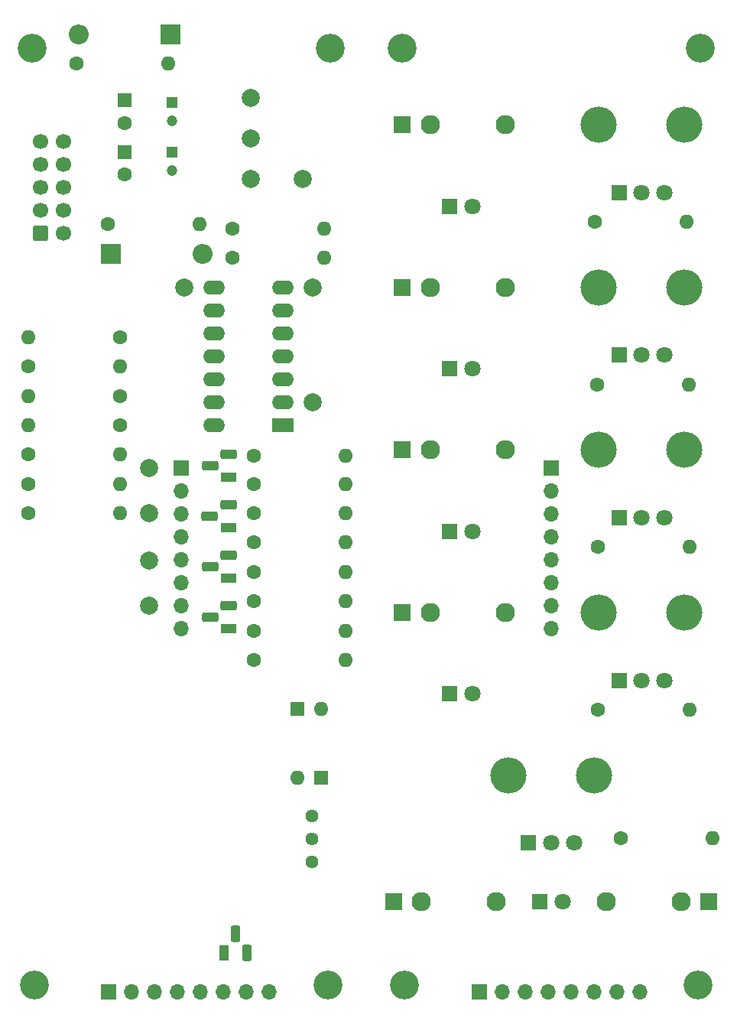
<source format=gts>
G04 #@! TF.GenerationSoftware,KiCad,Pcbnew,8.0.2-1*
G04 #@! TF.CreationDate,2024-07-01T13:43:52+02:00*
G04 #@! TF.ProjectId,distorted_daisy,64697374-6f72-4746-9564-5f6461697379,rev?*
G04 #@! TF.SameCoordinates,Original*
G04 #@! TF.FileFunction,Soldermask,Top*
G04 #@! TF.FilePolarity,Negative*
%FSLAX46Y46*%
G04 Gerber Fmt 4.6, Leading zero omitted, Abs format (unit mm)*
G04 Created by KiCad (PCBNEW 8.0.2-1) date 2024-07-01 13:43:52*
%MOMM*%
%LPD*%
G01*
G04 APERTURE LIST*
G04 Aperture macros list*
%AMRoundRect*
0 Rectangle with rounded corners*
0 $1 Rounding radius*
0 $2 $3 $4 $5 $6 $7 $8 $9 X,Y pos of 4 corners*
0 Add a 4 corners polygon primitive as box body*
4,1,4,$2,$3,$4,$5,$6,$7,$8,$9,$2,$3,0*
0 Add four circle primitives for the rounded corners*
1,1,$1+$1,$2,$3*
1,1,$1+$1,$4,$5*
1,1,$1+$1,$6,$7*
1,1,$1+$1,$8,$9*
0 Add four rect primitives between the rounded corners*
20,1,$1+$1,$2,$3,$4,$5,0*
20,1,$1+$1,$4,$5,$6,$7,0*
20,1,$1+$1,$6,$7,$8,$9,0*
20,1,$1+$1,$8,$9,$2,$3,0*%
G04 Aperture macros list end*
%ADD10C,1.600000*%
%ADD11O,1.600000X1.600000*%
%ADD12R,1.100000X1.800000*%
%ADD13RoundRect,0.275000X-0.275000X-0.625000X0.275000X-0.625000X0.275000X0.625000X-0.275000X0.625000X0*%
%ADD14R,1.800000X1.800000*%
%ADD15C,1.800000*%
%ADD16R,1.830000X1.930000*%
%ADD17C,2.130000*%
%ADD18R,1.600000X1.600000*%
%ADD19C,3.200000*%
%ADD20R,2.400000X1.600000*%
%ADD21O,2.400000X1.600000*%
%ADD22O,4.000000X4.000000*%
%ADD23R,1.800000X1.100000*%
%ADD24RoundRect,0.275000X0.625000X-0.275000X0.625000X0.275000X-0.625000X0.275000X-0.625000X-0.275000X0*%
%ADD25C,2.000000*%
%ADD26R,2.200000X2.200000*%
%ADD27O,2.200000X2.200000*%
%ADD28R,1.700000X1.700000*%
%ADD29O,1.700000X1.700000*%
%ADD30R,1.200000X1.200000*%
%ADD31C,1.200000*%
%ADD32RoundRect,0.250000X-0.600000X-0.600000X0.600000X-0.600000X0.600000X0.600000X-0.600000X0.600000X0*%
%ADD33C,1.700000*%
%ADD34C,1.440000*%
G04 APERTURE END LIST*
D10*
X78083334Y-111500000D03*
D11*
X88243334Y-111500000D03*
D12*
X74730000Y-153670000D03*
D13*
X76000000Y-151600000D03*
X77270000Y-153670000D03*
D10*
X78083334Y-105000000D03*
D11*
X88243334Y-105000000D03*
D10*
X78083334Y-101750000D03*
D11*
X88243334Y-101750000D03*
D14*
X99730000Y-125000000D03*
D15*
X102270000Y-125000000D03*
D14*
X109730000Y-148000000D03*
D15*
X112270000Y-148000000D03*
D14*
X99730000Y-89000000D03*
D15*
X102270000Y-89000000D03*
D16*
X93520000Y-148000000D03*
D17*
X104920000Y-148000000D03*
X96620000Y-148000000D03*
D10*
X78083334Y-121250000D03*
D11*
X88243334Y-121250000D03*
D10*
X75670000Y-73500000D03*
D11*
X85830000Y-73500000D03*
D10*
X63280000Y-92000000D03*
D11*
X53120000Y-92000000D03*
D18*
X85500000Y-134310000D03*
D11*
X85500000Y-126690000D03*
D19*
X86500000Y-53500000D03*
D10*
X63250000Y-95250000D03*
D11*
X53090000Y-95250000D03*
D20*
X81250000Y-95250000D03*
D21*
X81250000Y-92710000D03*
X81250000Y-90170000D03*
X81250000Y-87630000D03*
X81250000Y-85090000D03*
X81250000Y-82550000D03*
X81250000Y-80010000D03*
X73630000Y-80010000D03*
X73630000Y-82550000D03*
X73630000Y-85090000D03*
X73630000Y-87630000D03*
X73630000Y-90170000D03*
X73630000Y-92710000D03*
X73630000Y-95250000D03*
D22*
X116250000Y-116000000D03*
X125750000Y-116000000D03*
D14*
X118500000Y-123500000D03*
D15*
X121000000Y-123500000D03*
X123500000Y-123500000D03*
D16*
X94520000Y-62000000D03*
D17*
X105920000Y-62000000D03*
X97620000Y-62000000D03*
D19*
X53500000Y-53500000D03*
D23*
X75276666Y-112180000D03*
D24*
X73206666Y-110910000D03*
X75276666Y-109640000D03*
D10*
X75670000Y-76750000D03*
D11*
X85830000Y-76750000D03*
D25*
X66500000Y-100000000D03*
D16*
X128480000Y-148000000D03*
D17*
X117080000Y-148000000D03*
X125380000Y-148000000D03*
D25*
X66500000Y-105000000D03*
D19*
X127250000Y-157250000D03*
D16*
X94520000Y-80000000D03*
D17*
X105920000Y-80000000D03*
X97620000Y-80000000D03*
D25*
X70400000Y-80000000D03*
D10*
X53090000Y-98500000D03*
D11*
X63250000Y-98500000D03*
D10*
X53090000Y-105000000D03*
D11*
X63250000Y-105000000D03*
D23*
X75270000Y-101000000D03*
D24*
X73200000Y-99730000D03*
X75270000Y-98460000D03*
D10*
X116170000Y-108750000D03*
D11*
X126330000Y-108750000D03*
D25*
X77750000Y-63500000D03*
X77750000Y-59000000D03*
D10*
X53120000Y-88750000D03*
D11*
X63280000Y-88750000D03*
D26*
X68830000Y-52000000D03*
D27*
X58670000Y-52000000D03*
D10*
X63280000Y-85500000D03*
D11*
X53120000Y-85500000D03*
D16*
X94520000Y-98000000D03*
D17*
X105920000Y-98000000D03*
X97620000Y-98000000D03*
D10*
X53090000Y-101750000D03*
D11*
X63250000Y-101750000D03*
D25*
X84600000Y-80000000D03*
D14*
X99730000Y-71000000D03*
D15*
X102270000Y-71000000D03*
D19*
X53750000Y-157250000D03*
D22*
X116250000Y-80000000D03*
X125750000Y-80000000D03*
D14*
X118500000Y-87500000D03*
D15*
X121000000Y-87500000D03*
X123500000Y-87500000D03*
D14*
X99730000Y-107000000D03*
D15*
X102270000Y-107000000D03*
D19*
X127500000Y-53500000D03*
D25*
X77750000Y-68000000D03*
D10*
X116170000Y-126750000D03*
D11*
X126330000Y-126750000D03*
D25*
X83500000Y-68000000D03*
D10*
X116090000Y-90750000D03*
D11*
X126250000Y-90750000D03*
D22*
X116250000Y-98000000D03*
X125750000Y-98000000D03*
D14*
X118500000Y-105500000D03*
D15*
X121000000Y-105500000D03*
X123500000Y-105500000D03*
D19*
X94500000Y-53500000D03*
D10*
X78083334Y-118000000D03*
D11*
X88243334Y-118000000D03*
D10*
X78083334Y-108250000D03*
D11*
X88243334Y-108250000D03*
D10*
X118670000Y-141000000D03*
D11*
X128830000Y-141000000D03*
D19*
X86250000Y-157250000D03*
D25*
X66500000Y-115250000D03*
D16*
X94520000Y-116000000D03*
D17*
X105920000Y-116000000D03*
X97620000Y-116000000D03*
D10*
X78083334Y-98625000D03*
D11*
X88243334Y-98625000D03*
D10*
X61920000Y-73000000D03*
D11*
X72080000Y-73000000D03*
D26*
X62200000Y-76250000D03*
D27*
X72360000Y-76250000D03*
D28*
X62000000Y-158000000D03*
D29*
X64540000Y-158000000D03*
X67080000Y-158000000D03*
X69620000Y-158000000D03*
X72160000Y-158000000D03*
X74700000Y-158000000D03*
X77240000Y-158000000D03*
X79780000Y-158000000D03*
D28*
X70000000Y-100000000D03*
D29*
X70000000Y-102540000D03*
X70000000Y-105080000D03*
X70000000Y-107620000D03*
X70000000Y-110160000D03*
X70000000Y-112700000D03*
X70000000Y-115240000D03*
X70000000Y-117780000D03*
D10*
X115840000Y-72750000D03*
D11*
X126000000Y-72750000D03*
D25*
X66500000Y-110250000D03*
D10*
X78083334Y-114750000D03*
D11*
X88243334Y-114750000D03*
D19*
X94750000Y-157250000D03*
D22*
X106250000Y-134000000D03*
X115750000Y-134000000D03*
D14*
X108500000Y-141500000D03*
D15*
X111000000Y-141500000D03*
X113500000Y-141500000D03*
D18*
X82900000Y-126690000D03*
D11*
X82900000Y-134310000D03*
D23*
X75283332Y-117770000D03*
D24*
X73213332Y-116500000D03*
X75283332Y-115230000D03*
D10*
X58420000Y-55250000D03*
D11*
X68580000Y-55250000D03*
D23*
X75263334Y-106590000D03*
D24*
X73193334Y-105320000D03*
X75263334Y-104050000D03*
D22*
X116250000Y-62000000D03*
X125750000Y-62000000D03*
D14*
X118500000Y-69500000D03*
D15*
X121000000Y-69500000D03*
X123500000Y-69500000D03*
D25*
X84600000Y-92700000D03*
D30*
X69000000Y-59527401D03*
D31*
X69000000Y-61527401D03*
D18*
X63750000Y-59294888D03*
D10*
X63750000Y-61794888D03*
D30*
X69000000Y-65027401D03*
D31*
X69000000Y-67027401D03*
D28*
X103000000Y-158000000D03*
D29*
X105540000Y-158000000D03*
X108080000Y-158000000D03*
X110620000Y-158000000D03*
X113160000Y-158000000D03*
X115700000Y-158000000D03*
X118240000Y-158000000D03*
X120780000Y-158000000D03*
D18*
X63750000Y-65000000D03*
D10*
X63750000Y-67500000D03*
D32*
X54460000Y-74000000D03*
D33*
X57000000Y-74000000D03*
X54460000Y-71460000D03*
X57000000Y-71460000D03*
X54460000Y-68920000D03*
X57000000Y-68920000D03*
X54460000Y-66380000D03*
X57000000Y-66380000D03*
X54460000Y-63840000D03*
X57000000Y-63840000D03*
D34*
X84500000Y-138500000D03*
X84500000Y-141040000D03*
X84500000Y-143580000D03*
D28*
X111000000Y-100000000D03*
D29*
X111000000Y-102540000D03*
X111000000Y-105080000D03*
X111000000Y-107620000D03*
X111000000Y-110160000D03*
X111000000Y-112700000D03*
X111000000Y-115240000D03*
X111000000Y-117780000D03*
M02*

</source>
